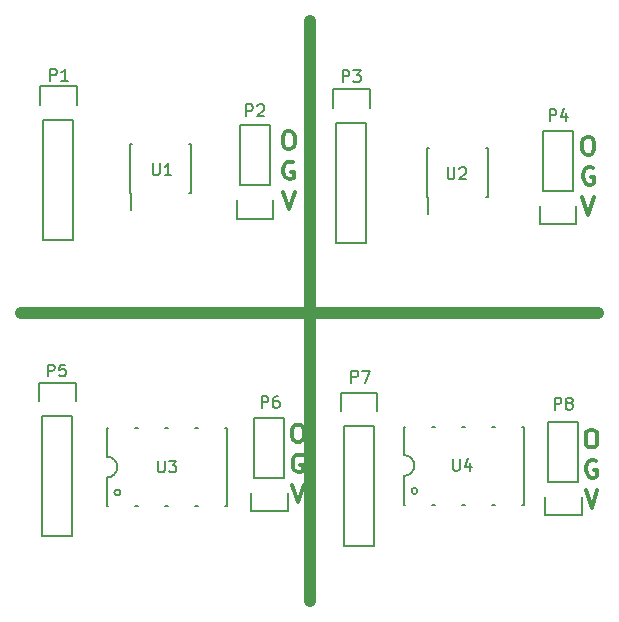
<source format=gto>
G04 #@! TF.FileFunction,Legend,Top*
%FSLAX46Y46*%
G04 Gerber Fmt 4.6, Leading zero omitted, Abs format (unit mm)*
G04 Created by KiCad (PCBNEW 4.0.4-stable) date 11/08/16 09:08:38*
%MOMM*%
%LPD*%
G01*
G04 APERTURE LIST*
%ADD10C,0.100000*%
%ADD11C,0.300000*%
%ADD12C,0.200000*%
%ADD13C,1.000000*%
%ADD14C,0.150000*%
G04 APERTURE END LIST*
D10*
D11*
X167497143Y-73133371D02*
X167782857Y-73133371D01*
X167925715Y-73204800D01*
X168068572Y-73347657D01*
X168140000Y-73633371D01*
X168140000Y-74133371D01*
X168068572Y-74419086D01*
X167925715Y-74561943D01*
X167782857Y-74633371D01*
X167497143Y-74633371D01*
X167354286Y-74561943D01*
X167211429Y-74419086D01*
X167140000Y-74133371D01*
X167140000Y-73633371D01*
X167211429Y-73347657D01*
X167354286Y-73204800D01*
X167497143Y-73133371D01*
X168032857Y-75754800D02*
X167890000Y-75683371D01*
X167675714Y-75683371D01*
X167461429Y-75754800D01*
X167318571Y-75897657D01*
X167247143Y-76040514D01*
X167175714Y-76326229D01*
X167175714Y-76540514D01*
X167247143Y-76826229D01*
X167318571Y-76969086D01*
X167461429Y-77111943D01*
X167675714Y-77183371D01*
X167818571Y-77183371D01*
X168032857Y-77111943D01*
X168104286Y-77040514D01*
X168104286Y-76540514D01*
X167818571Y-76540514D01*
X167140000Y-78233371D02*
X167640000Y-79733371D01*
X168140000Y-78233371D01*
X142122543Y-72676171D02*
X142408257Y-72676171D01*
X142551115Y-72747600D01*
X142693972Y-72890457D01*
X142765400Y-73176171D01*
X142765400Y-73676171D01*
X142693972Y-73961886D01*
X142551115Y-74104743D01*
X142408257Y-74176171D01*
X142122543Y-74176171D01*
X141979686Y-74104743D01*
X141836829Y-73961886D01*
X141765400Y-73676171D01*
X141765400Y-73176171D01*
X141836829Y-72890457D01*
X141979686Y-72747600D01*
X142122543Y-72676171D01*
X142658257Y-75297600D02*
X142515400Y-75226171D01*
X142301114Y-75226171D01*
X142086829Y-75297600D01*
X141943971Y-75440457D01*
X141872543Y-75583314D01*
X141801114Y-75869029D01*
X141801114Y-76083314D01*
X141872543Y-76369029D01*
X141943971Y-76511886D01*
X142086829Y-76654743D01*
X142301114Y-76726171D01*
X142443971Y-76726171D01*
X142658257Y-76654743D01*
X142729686Y-76583314D01*
X142729686Y-76083314D01*
X142443971Y-76083314D01*
X141765400Y-77776171D02*
X142265400Y-79276171D01*
X142765400Y-77776171D01*
X142909943Y-97491971D02*
X143195657Y-97491971D01*
X143338515Y-97563400D01*
X143481372Y-97706257D01*
X143552800Y-97991971D01*
X143552800Y-98491971D01*
X143481372Y-98777686D01*
X143338515Y-98920543D01*
X143195657Y-98991971D01*
X142909943Y-98991971D01*
X142767086Y-98920543D01*
X142624229Y-98777686D01*
X142552800Y-98491971D01*
X142552800Y-97991971D01*
X142624229Y-97706257D01*
X142767086Y-97563400D01*
X142909943Y-97491971D01*
X143445657Y-100113400D02*
X143302800Y-100041971D01*
X143088514Y-100041971D01*
X142874229Y-100113400D01*
X142731371Y-100256257D01*
X142659943Y-100399114D01*
X142588514Y-100684829D01*
X142588514Y-100899114D01*
X142659943Y-101184829D01*
X142731371Y-101327686D01*
X142874229Y-101470543D01*
X143088514Y-101541971D01*
X143231371Y-101541971D01*
X143445657Y-101470543D01*
X143517086Y-101399114D01*
X143517086Y-100899114D01*
X143231371Y-100899114D01*
X142552800Y-102591971D02*
X143052800Y-104091971D01*
X143552800Y-102591971D01*
X167763843Y-97936471D02*
X168049557Y-97936471D01*
X168192415Y-98007900D01*
X168335272Y-98150757D01*
X168406700Y-98436471D01*
X168406700Y-98936471D01*
X168335272Y-99222186D01*
X168192415Y-99365043D01*
X168049557Y-99436471D01*
X167763843Y-99436471D01*
X167620986Y-99365043D01*
X167478129Y-99222186D01*
X167406700Y-98936471D01*
X167406700Y-98436471D01*
X167478129Y-98150757D01*
X167620986Y-98007900D01*
X167763843Y-97936471D01*
X168299557Y-100557900D02*
X168156700Y-100486471D01*
X167942414Y-100486471D01*
X167728129Y-100557900D01*
X167585271Y-100700757D01*
X167513843Y-100843614D01*
X167442414Y-101129329D01*
X167442414Y-101343614D01*
X167513843Y-101629329D01*
X167585271Y-101772186D01*
X167728129Y-101915043D01*
X167942414Y-101986471D01*
X168085271Y-101986471D01*
X168299557Y-101915043D01*
X168370986Y-101843614D01*
X168370986Y-101343614D01*
X168085271Y-101343614D01*
X167406700Y-103036471D02*
X167906700Y-104536471D01*
X168406700Y-103036471D01*
D12*
X144106900Y-112458500D02*
X143662400Y-112458500D01*
D13*
X144106900Y-63296800D02*
X144106900Y-112458500D01*
X119570500Y-88011000D02*
X168465500Y-88011000D01*
D14*
X121220900Y-70408800D02*
X121220900Y-68858800D01*
X121220900Y-68858800D02*
X124320900Y-68858800D01*
X124320900Y-68858800D02*
X124320900Y-70408800D01*
X124040900Y-71678800D02*
X124040900Y-81838800D01*
X124040900Y-81838800D02*
X121500900Y-81838800D01*
X121500900Y-81838800D02*
X121500900Y-71678800D01*
X124040900Y-71678800D02*
X121500900Y-71678800D01*
X140690600Y-77241400D02*
X140690600Y-72161400D01*
X140690600Y-72161400D02*
X138150600Y-72161400D01*
X138150600Y-72161400D02*
X138150600Y-77241400D01*
X137870600Y-80061400D02*
X137870600Y-78511400D01*
X138150600Y-77241400D02*
X140690600Y-77241400D01*
X140970600Y-78511400D02*
X140970600Y-80061400D01*
X140970600Y-80061400D02*
X137870600Y-80061400D01*
X146024000Y-70675500D02*
X146024000Y-69125500D01*
X146024000Y-69125500D02*
X149124000Y-69125500D01*
X149124000Y-69125500D02*
X149124000Y-70675500D01*
X148844000Y-71945500D02*
X148844000Y-82105500D01*
X148844000Y-82105500D02*
X146304000Y-82105500D01*
X146304000Y-82105500D02*
X146304000Y-71945500D01*
X148844000Y-71945500D02*
X146304000Y-71945500D01*
X166344600Y-77685900D02*
X166344600Y-72605900D01*
X166344600Y-72605900D02*
X163804600Y-72605900D01*
X163804600Y-72605900D02*
X163804600Y-77685900D01*
X163524600Y-80505900D02*
X163524600Y-78955900D01*
X163804600Y-77685900D02*
X166344600Y-77685900D01*
X166624600Y-78955900D02*
X166624600Y-80505900D01*
X166624600Y-80505900D02*
X163524600Y-80505900D01*
X121132000Y-95504000D02*
X121132000Y-93954000D01*
X121132000Y-93954000D02*
X124232000Y-93954000D01*
X124232000Y-93954000D02*
X124232000Y-95504000D01*
X123952000Y-96774000D02*
X123952000Y-106934000D01*
X123952000Y-106934000D02*
X121412000Y-106934000D01*
X121412000Y-106934000D02*
X121412000Y-96774000D01*
X123952000Y-96774000D02*
X121412000Y-96774000D01*
X141897100Y-102006400D02*
X141897100Y-96926400D01*
X141897100Y-96926400D02*
X139357100Y-96926400D01*
X139357100Y-96926400D02*
X139357100Y-102006400D01*
X139077100Y-104826400D02*
X139077100Y-103276400D01*
X139357100Y-102006400D02*
X141897100Y-102006400D01*
X142177100Y-103276400D02*
X142177100Y-104826400D01*
X142177100Y-104826400D02*
X139077100Y-104826400D01*
X146671700Y-96354900D02*
X146671700Y-94804900D01*
X146671700Y-94804900D02*
X149771700Y-94804900D01*
X149771700Y-94804900D02*
X149771700Y-96354900D01*
X149491700Y-97624900D02*
X149491700Y-107784900D01*
X149491700Y-107784900D02*
X146951700Y-107784900D01*
X146951700Y-107784900D02*
X146951700Y-97624900D01*
X149491700Y-97624900D02*
X146951700Y-97624900D01*
X166776400Y-102374700D02*
X166776400Y-97294700D01*
X166776400Y-97294700D02*
X164236400Y-97294700D01*
X164236400Y-97294700D02*
X164236400Y-102374700D01*
X163956400Y-105194700D02*
X163956400Y-103644700D01*
X164236400Y-102374700D02*
X166776400Y-102374700D01*
X167056400Y-103644700D02*
X167056400Y-105194700D01*
X167056400Y-105194700D02*
X163956400Y-105194700D01*
X128831900Y-77932100D02*
X128881900Y-77932100D01*
X128831900Y-73782100D02*
X128976900Y-73782100D01*
X133981900Y-73782100D02*
X133836900Y-73782100D01*
X133981900Y-77932100D02*
X133836900Y-77932100D01*
X128831900Y-77932100D02*
X128831900Y-73782100D01*
X133981900Y-77932100D02*
X133981900Y-73782100D01*
X128881900Y-77932100D02*
X128881900Y-79332100D01*
X154003300Y-78236900D02*
X154053300Y-78236900D01*
X154003300Y-74086900D02*
X154148300Y-74086900D01*
X159153300Y-74086900D02*
X159008300Y-74086900D01*
X159153300Y-78236900D02*
X159008300Y-78236900D01*
X154003300Y-78236900D02*
X154003300Y-74086900D01*
X159153300Y-78236900D02*
X159153300Y-74086900D01*
X154053300Y-78236900D02*
X154053300Y-79636900D01*
X126873000Y-101981000D02*
X126873000Y-104394000D01*
X126873000Y-100203000D02*
X126873000Y-97790000D01*
X126873000Y-101981000D02*
G75*
G03X127762000Y-101092000I0J889000D01*
G01*
X127762000Y-101092000D02*
G75*
G03X126873000Y-100203000I-889000J0D01*
G01*
X128016000Y-103251000D02*
G75*
G03X128016000Y-103251000I-254000J0D01*
G01*
X137033000Y-104394000D02*
X136906000Y-104394000D01*
X134366000Y-104394000D02*
X134620000Y-104394000D01*
X131826000Y-104394000D02*
X132080000Y-104394000D01*
X129286000Y-104394000D02*
X129540000Y-104394000D01*
X126873000Y-104394000D02*
X127000000Y-104394000D01*
X126873000Y-97790000D02*
X127000000Y-97790000D01*
X137033000Y-97790000D02*
X136906000Y-97790000D01*
X134366000Y-97790000D02*
X134620000Y-97790000D01*
X131826000Y-97790000D02*
X132080000Y-97790000D01*
X129286000Y-97790000D02*
X129540000Y-97790000D01*
X137033000Y-104394000D02*
X137033000Y-97790000D01*
X152019000Y-101854000D02*
X152019000Y-104267000D01*
X152019000Y-100076000D02*
X152019000Y-97663000D01*
X152019000Y-101854000D02*
G75*
G03X152908000Y-100965000I0J889000D01*
G01*
X152908000Y-100965000D02*
G75*
G03X152019000Y-100076000I-889000J0D01*
G01*
X153162000Y-103124000D02*
G75*
G03X153162000Y-103124000I-254000J0D01*
G01*
X162179000Y-104267000D02*
X162052000Y-104267000D01*
X159512000Y-104267000D02*
X159766000Y-104267000D01*
X156972000Y-104267000D02*
X157226000Y-104267000D01*
X154432000Y-104267000D02*
X154686000Y-104267000D01*
X152019000Y-104267000D02*
X152146000Y-104267000D01*
X152019000Y-97663000D02*
X152146000Y-97663000D01*
X162179000Y-97663000D02*
X162052000Y-97663000D01*
X159512000Y-97663000D02*
X159766000Y-97663000D01*
X156972000Y-97663000D02*
X157226000Y-97663000D01*
X154432000Y-97663000D02*
X154686000Y-97663000D01*
X162179000Y-104267000D02*
X162179000Y-97663000D01*
X122058205Y-68384681D02*
X122058205Y-67384681D01*
X122439158Y-67384681D01*
X122534396Y-67432300D01*
X122582015Y-67479919D01*
X122629634Y-67575157D01*
X122629634Y-67718014D01*
X122582015Y-67813252D01*
X122534396Y-67860871D01*
X122439158Y-67908490D01*
X122058205Y-67908490D01*
X123582015Y-68384681D02*
X123010586Y-68384681D01*
X123296300Y-68384681D02*
X123296300Y-67384681D01*
X123201062Y-67527538D01*
X123105824Y-67622776D01*
X123010586Y-67670395D01*
X138669805Y-71394581D02*
X138669805Y-70394581D01*
X139050758Y-70394581D01*
X139145996Y-70442200D01*
X139193615Y-70489819D01*
X139241234Y-70585057D01*
X139241234Y-70727914D01*
X139193615Y-70823152D01*
X139145996Y-70870771D01*
X139050758Y-70918390D01*
X138669805Y-70918390D01*
X139622186Y-70489819D02*
X139669805Y-70442200D01*
X139765043Y-70394581D01*
X140003139Y-70394581D01*
X140098377Y-70442200D01*
X140145996Y-70489819D01*
X140193615Y-70585057D01*
X140193615Y-70680295D01*
X140145996Y-70823152D01*
X139574567Y-71394581D01*
X140193615Y-71394581D01*
X146823205Y-68498981D02*
X146823205Y-67498981D01*
X147204158Y-67498981D01*
X147299396Y-67546600D01*
X147347015Y-67594219D01*
X147394634Y-67689457D01*
X147394634Y-67832314D01*
X147347015Y-67927552D01*
X147299396Y-67975171D01*
X147204158Y-68022790D01*
X146823205Y-68022790D01*
X147727967Y-67498981D02*
X148347015Y-67498981D01*
X148013681Y-67879933D01*
X148156539Y-67879933D01*
X148251777Y-67927552D01*
X148299396Y-67975171D01*
X148347015Y-68070410D01*
X148347015Y-68308505D01*
X148299396Y-68403743D01*
X148251777Y-68451362D01*
X148156539Y-68498981D01*
X147870824Y-68498981D01*
X147775586Y-68451362D01*
X147727967Y-68403743D01*
X164349205Y-71775581D02*
X164349205Y-70775581D01*
X164730158Y-70775581D01*
X164825396Y-70823200D01*
X164873015Y-70870819D01*
X164920634Y-70966057D01*
X164920634Y-71108914D01*
X164873015Y-71204152D01*
X164825396Y-71251771D01*
X164730158Y-71299390D01*
X164349205Y-71299390D01*
X165777777Y-71108914D02*
X165777777Y-71775581D01*
X165539681Y-70727962D02*
X165301586Y-71442248D01*
X165920634Y-71442248D01*
X121867705Y-93416381D02*
X121867705Y-92416381D01*
X122248658Y-92416381D01*
X122343896Y-92464000D01*
X122391515Y-92511619D01*
X122439134Y-92606857D01*
X122439134Y-92749714D01*
X122391515Y-92844952D01*
X122343896Y-92892571D01*
X122248658Y-92940190D01*
X121867705Y-92940190D01*
X123343896Y-92416381D02*
X122867705Y-92416381D01*
X122820086Y-92892571D01*
X122867705Y-92844952D01*
X122962943Y-92797333D01*
X123201039Y-92797333D01*
X123296277Y-92844952D01*
X123343896Y-92892571D01*
X123391515Y-92987810D01*
X123391515Y-93225905D01*
X123343896Y-93321143D01*
X123296277Y-93368762D01*
X123201039Y-93416381D01*
X122962943Y-93416381D01*
X122867705Y-93368762D01*
X122820086Y-93321143D01*
X139965205Y-96083381D02*
X139965205Y-95083381D01*
X140346158Y-95083381D01*
X140441396Y-95131000D01*
X140489015Y-95178619D01*
X140536634Y-95273857D01*
X140536634Y-95416714D01*
X140489015Y-95511952D01*
X140441396Y-95559571D01*
X140346158Y-95607190D01*
X139965205Y-95607190D01*
X141393777Y-95083381D02*
X141203300Y-95083381D01*
X141108062Y-95131000D01*
X141060443Y-95178619D01*
X140965205Y-95321476D01*
X140917586Y-95511952D01*
X140917586Y-95892905D01*
X140965205Y-95988143D01*
X141012824Y-96035762D01*
X141108062Y-96083381D01*
X141298539Y-96083381D01*
X141393777Y-96035762D01*
X141441396Y-95988143D01*
X141489015Y-95892905D01*
X141489015Y-95654810D01*
X141441396Y-95559571D01*
X141393777Y-95511952D01*
X141298539Y-95464333D01*
X141108062Y-95464333D01*
X141012824Y-95511952D01*
X140965205Y-95559571D01*
X140917586Y-95654810D01*
X147572505Y-93937081D02*
X147572505Y-92937081D01*
X147953458Y-92937081D01*
X148048696Y-92984700D01*
X148096315Y-93032319D01*
X148143934Y-93127557D01*
X148143934Y-93270414D01*
X148096315Y-93365652D01*
X148048696Y-93413271D01*
X147953458Y-93460890D01*
X147572505Y-93460890D01*
X148477267Y-92937081D02*
X149143934Y-92937081D01*
X148715362Y-93937081D01*
X164781005Y-96235781D02*
X164781005Y-95235781D01*
X165161958Y-95235781D01*
X165257196Y-95283400D01*
X165304815Y-95331019D01*
X165352434Y-95426257D01*
X165352434Y-95569114D01*
X165304815Y-95664352D01*
X165257196Y-95711971D01*
X165161958Y-95759590D01*
X164781005Y-95759590D01*
X165923862Y-95664352D02*
X165828624Y-95616733D01*
X165781005Y-95569114D01*
X165733386Y-95473876D01*
X165733386Y-95426257D01*
X165781005Y-95331019D01*
X165828624Y-95283400D01*
X165923862Y-95235781D01*
X166114339Y-95235781D01*
X166209577Y-95283400D01*
X166257196Y-95331019D01*
X166304815Y-95426257D01*
X166304815Y-95473876D01*
X166257196Y-95569114D01*
X166209577Y-95616733D01*
X166114339Y-95664352D01*
X165923862Y-95664352D01*
X165828624Y-95711971D01*
X165781005Y-95759590D01*
X165733386Y-95854829D01*
X165733386Y-96045305D01*
X165781005Y-96140543D01*
X165828624Y-96188162D01*
X165923862Y-96235781D01*
X166114339Y-96235781D01*
X166209577Y-96188162D01*
X166257196Y-96140543D01*
X166304815Y-96045305D01*
X166304815Y-95854829D01*
X166257196Y-95759590D01*
X166209577Y-95711971D01*
X166114339Y-95664352D01*
X130759295Y-75385681D02*
X130759295Y-76195205D01*
X130806914Y-76290443D01*
X130854533Y-76338062D01*
X130949771Y-76385681D01*
X131140248Y-76385681D01*
X131235486Y-76338062D01*
X131283105Y-76290443D01*
X131330724Y-76195205D01*
X131330724Y-75385681D01*
X132330724Y-76385681D02*
X131759295Y-76385681D01*
X132045009Y-76385681D02*
X132045009Y-75385681D01*
X131949771Y-75528538D01*
X131854533Y-75623776D01*
X131759295Y-75671395D01*
X155714795Y-75728581D02*
X155714795Y-76538105D01*
X155762414Y-76633343D01*
X155810033Y-76680962D01*
X155905271Y-76728581D01*
X156095748Y-76728581D01*
X156190986Y-76680962D01*
X156238605Y-76633343D01*
X156286224Y-76538105D01*
X156286224Y-75728581D01*
X156714795Y-75823819D02*
X156762414Y-75776200D01*
X156857652Y-75728581D01*
X157095748Y-75728581D01*
X157190986Y-75776200D01*
X157238605Y-75823819D01*
X157286224Y-75919057D01*
X157286224Y-76014295D01*
X157238605Y-76157152D01*
X156667176Y-76728581D01*
X157286224Y-76728581D01*
X131191095Y-100544381D02*
X131191095Y-101353905D01*
X131238714Y-101449143D01*
X131286333Y-101496762D01*
X131381571Y-101544381D01*
X131572048Y-101544381D01*
X131667286Y-101496762D01*
X131714905Y-101449143D01*
X131762524Y-101353905D01*
X131762524Y-100544381D01*
X132143476Y-100544381D02*
X132762524Y-100544381D01*
X132429190Y-100925333D01*
X132572048Y-100925333D01*
X132667286Y-100972952D01*
X132714905Y-101020571D01*
X132762524Y-101115810D01*
X132762524Y-101353905D01*
X132714905Y-101449143D01*
X132667286Y-101496762D01*
X132572048Y-101544381D01*
X132286333Y-101544381D01*
X132191095Y-101496762D01*
X132143476Y-101449143D01*
X156171995Y-100417381D02*
X156171995Y-101226905D01*
X156219614Y-101322143D01*
X156267233Y-101369762D01*
X156362471Y-101417381D01*
X156552948Y-101417381D01*
X156648186Y-101369762D01*
X156695805Y-101322143D01*
X156743424Y-101226905D01*
X156743424Y-100417381D01*
X157648186Y-100750714D02*
X157648186Y-101417381D01*
X157410090Y-100369762D02*
X157171995Y-101084048D01*
X157791043Y-101084048D01*
M02*

</source>
